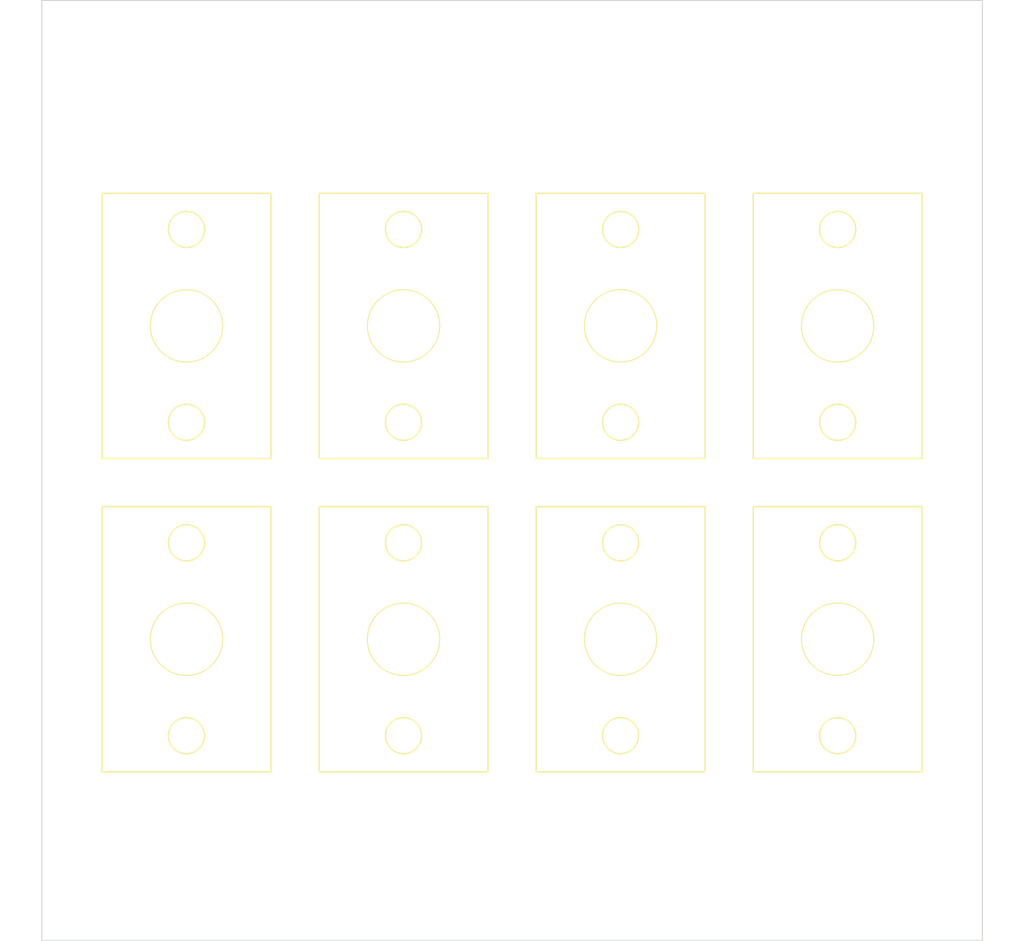
<source format=kicad_pcb>
(kicad_pcb (version 20171130) (host pcbnew "(5.1.10)-1")

  (general
    (thickness 1.6)
    (drawings 52)
    (tracks 0)
    (zones 0)
    (modules 28)
    (nets 1)
  )

  (page A4)
  (layers
    (0 F.Cu signal)
    (31 B.Cu signal)
    (32 B.Adhes user)
    (33 F.Adhes user)
    (34 B.Paste user)
    (35 F.Paste user)
    (36 B.SilkS user)
    (37 F.SilkS user)
    (38 B.Mask user)
    (39 F.Mask user)
    (40 Dwgs.User user)
    (41 Cmts.User user)
    (42 Eco1.User user)
    (43 Eco2.User user)
    (44 Edge.Cuts user)
    (45 Margin user)
    (46 B.CrtYd user)
    (47 F.CrtYd user)
    (48 B.Fab user)
    (49 F.Fab user)
  )

  (setup
    (last_trace_width 0.25)
    (trace_clearance 0.2)
    (zone_clearance 0.508)
    (zone_45_only no)
    (trace_min 0.2)
    (via_size 0.8)
    (via_drill 0.4)
    (via_min_size 0.4)
    (via_min_drill 0.3)
    (uvia_size 0.3)
    (uvia_drill 0.1)
    (uvias_allowed no)
    (uvia_min_size 0.2)
    (uvia_min_drill 0.1)
    (edge_width 0.1)
    (segment_width 0.2)
    (pcb_text_width 0.3)
    (pcb_text_size 1.5 1.5)
    (mod_edge_width 0.15)
    (mod_text_size 1 1)
    (mod_text_width 0.15)
    (pad_size 1.524 1.524)
    (pad_drill 0.762)
    (pad_to_mask_clearance 0)
    (aux_axis_origin 0 0)
    (visible_elements 7FFFFFFF)
    (pcbplotparams
      (layerselection 0x010fc_ffffffff)
      (usegerberextensions false)
      (usegerberattributes true)
      (usegerberadvancedattributes true)
      (creategerberjobfile true)
      (excludeedgelayer true)
      (linewidth 0.100000)
      (plotframeref false)
      (viasonmask false)
      (mode 1)
      (useauxorigin false)
      (hpglpennumber 1)
      (hpglpenspeed 20)
      (hpglpendiameter 15.000000)
      (psnegative false)
      (psa4output false)
      (plotreference true)
      (plotvalue true)
      (plotinvisibletext false)
      (padsonsilk false)
      (subtractmaskfromsilk false)
      (outputformat 1)
      (mirror false)
      (drillshape 0)
      (scaleselection 1)
      (outputdirectory "gerberpannel/"))
  )

  (net 0 "")

  (net_class Default "This is the default net class."
    (clearance 0.2)
    (trace_width 0.25)
    (via_dia 0.8)
    (via_drill 0.4)
    (uvia_dia 0.3)
    (uvia_drill 0.1)
  )

  (module Sebs:6.35mm (layer F.Cu) (tedit 6135EBD8) (tstamp 6135F5E8)
    (at 185.42 130.81)
    (fp_text reference REF** (at 0 -6.8) (layer F.SilkS) hide
      (effects (font (size 1 1) (thickness 0.15)))
    )
    (fp_text value 6.35mm (at 0 -5.4) (layer F.Fab)
      (effects (font (size 1 1) (thickness 0.15)))
    )
    (fp_circle (center 0 0) (end 3.81 0) (layer F.SilkS) (width 0.12))
    (pad "" np_thru_hole circle (at 0 0) (size 6.35 6.35) (drill 6.35) (layers *.Cu *.Mask))
  )

  (module Sebs:6.35mm (layer F.Cu) (tedit 6135EBD8) (tstamp 6135F5D5)
    (at 162.56 130.81)
    (fp_text reference REF** (at 0 -6.8) (layer F.SilkS) hide
      (effects (font (size 1 1) (thickness 0.15)))
    )
    (fp_text value 6.35mm (at 0 -5.4) (layer F.Fab)
      (effects (font (size 1 1) (thickness 0.15)))
    )
    (fp_circle (center 0 0) (end 3.81 0) (layer F.SilkS) (width 0.12))
    (pad "" np_thru_hole circle (at 0 0) (size 6.35 6.35) (drill 6.35) (layers *.Cu *.Mask))
  )

  (module Sebs:6.35mm (layer F.Cu) (tedit 6135EBD8) (tstamp 6135F5C2)
    (at 139.7 130.81)
    (fp_text reference REF** (at 0 -6.8) (layer F.SilkS) hide
      (effects (font (size 1 1) (thickness 0.15)))
    )
    (fp_text value 6.35mm (at 0 -5.4) (layer F.Fab)
      (effects (font (size 1 1) (thickness 0.15)))
    )
    (fp_circle (center 0 0) (end 3.81 0) (layer F.SilkS) (width 0.12))
    (pad "" np_thru_hole circle (at 0 0) (size 6.35 6.35) (drill 6.35) (layers *.Cu *.Mask))
  )

  (module Sebs:6.35mm (layer F.Cu) (tedit 6135EBD8) (tstamp 6135F59C)
    (at 185.42 97.79)
    (fp_text reference REF** (at 0 -6.8) (layer F.SilkS) hide
      (effects (font (size 1 1) (thickness 0.15)))
    )
    (fp_text value 6.35mm (at 0 -5.4) (layer F.Fab)
      (effects (font (size 1 1) (thickness 0.15)))
    )
    (fp_circle (center 0 0) (end 3.81 0) (layer F.SilkS) (width 0.12))
    (pad "" np_thru_hole circle (at 0 0) (size 6.35 6.35) (drill 6.35) (layers *.Cu *.Mask))
  )

  (module Sebs:6.35mm (layer F.Cu) (tedit 6135EBD8) (tstamp 6135F589)
    (at 162.56 97.79)
    (fp_text reference REF** (at 0 -6.8) (layer F.SilkS) hide
      (effects (font (size 1 1) (thickness 0.15)))
    )
    (fp_text value 6.35mm (at 0 -5.4) (layer F.Fab)
      (effects (font (size 1 1) (thickness 0.15)))
    )
    (fp_circle (center 0 0) (end 3.81 0) (layer F.SilkS) (width 0.12))
    (pad "" np_thru_hole circle (at 0 0) (size 6.35 6.35) (drill 6.35) (layers *.Cu *.Mask))
  )

  (module Sebs:6.35mm (layer F.Cu) (tedit 6135EBD8) (tstamp 6135F569)
    (at 139.7 97.79)
    (fp_text reference REF** (at 0 -6.8) (layer F.SilkS) hide
      (effects (font (size 1 1) (thickness 0.15)))
    )
    (fp_text value 6.35mm (at 0 -5.4) (layer F.Fab)
      (effects (font (size 1 1) (thickness 0.15)))
    )
    (fp_circle (center 0 0) (end 3.81 0) (layer F.SilkS) (width 0.12))
    (pad "" np_thru_hole circle (at 0 0) (size 6.35 6.35) (drill 6.35) (layers *.Cu *.Mask))
  )

  (module Sebs:6.35mm (layer F.Cu) (tedit 6135EBD8) (tstamp 6135F4FD)
    (at 116.84 97.79)
    (fp_text reference REF** (at 0 -6.8) (layer F.SilkS) hide
      (effects (font (size 1 1) (thickness 0.15)))
    )
    (fp_text value 6.35mm (at 0 -5.4) (layer F.Fab)
      (effects (font (size 1 1) (thickness 0.15)))
    )
    (fp_circle (center 0 0) (end 3.81 0) (layer F.SilkS) (width 0.12))
    (pad "" np_thru_hole circle (at 0 0) (size 6.35 6.35) (drill 6.35) (layers *.Cu *.Mask))
  )

  (module Sebs:6.35mm (layer F.Cu) (tedit 6135EBD8) (tstamp 6135F5AF)
    (at 116.84 130.81)
    (fp_text reference REF** (at 0 -6.8) (layer F.SilkS) hide
      (effects (font (size 1 1) (thickness 0.15)))
    )
    (fp_text value 6.35mm (at 0 -5.4) (layer F.Fab)
      (effects (font (size 1 1) (thickness 0.15)))
    )
    (fp_circle (center 0 0) (end 3.81 0) (layer F.SilkS) (width 0.12))
    (pad "" np_thru_hole circle (at 0 0) (size 6.35 6.35) (drill 6.35) (layers *.Cu *.Mask))
  )

  (module Mounting_Holes:MountingHole_3.2mm_M3 (layer F.Cu) (tedit 56D1B4CB) (tstamp 6135E854)
    (at 139.7 107.95)
    (descr "Mounting Hole 3.2mm, no annular, M3")
    (tags "mounting hole 3.2mm no annular m3")
    (attr virtual)
    (fp_text reference REF** (at 0 -4.2) (layer F.SilkS) hide
      (effects (font (size 1 1) (thickness 0.15)))
    )
    (fp_text value MountingHole_3.2mm_M3 (at 0 4.2) (layer F.Fab)
      (effects (font (size 1 1) (thickness 0.15)))
    )
    (fp_circle (center 0 0) (end 3.45 0) (layer F.CrtYd) (width 0.05))
    (fp_circle (center 0 0) (end 3.2 0) (layer Cmts.User) (width 0.15))
    (fp_text user %R (at 0.3 0) (layer F.Fab)
      (effects (font (size 1 1) (thickness 0.15)))
    )
    (pad 1 np_thru_hole circle (at 0 0) (size 3.2 3.2) (drill 3.2) (layers *.Cu *.Mask))
  )

  (module Mounting_Holes:MountingHole_3.2mm_M3 (layer F.Cu) (tedit 56D1B4CB) (tstamp 6135E84D)
    (at 162.56 87.63)
    (descr "Mounting Hole 3.2mm, no annular, M3")
    (tags "mounting hole 3.2mm no annular m3")
    (attr virtual)
    (fp_text reference REF** (at 0 -4.2) (layer F.SilkS) hide
      (effects (font (size 1 1) (thickness 0.15)))
    )
    (fp_text value MountingHole_3.2mm_M3 (at 0 4.2) (layer F.Fab)
      (effects (font (size 1 1) (thickness 0.15)))
    )
    (fp_text user %R (at 0.3 0) (layer F.Fab)
      (effects (font (size 1 1) (thickness 0.15)))
    )
    (fp_circle (center 0 0) (end 3.45 0) (layer F.CrtYd) (width 0.05))
    (fp_circle (center 0 0) (end 3.2 0) (layer Cmts.User) (width 0.15))
    (pad 1 np_thru_hole circle (at 0 0) (size 3.2 3.2) (drill 3.2) (layers *.Cu *.Mask))
  )

  (module Mounting_Holes:MountingHole_3.2mm_M3 (layer F.Cu) (tedit 56D1B4CB) (tstamp 6135E846)
    (at 139.7 87.63)
    (descr "Mounting Hole 3.2mm, no annular, M3")
    (tags "mounting hole 3.2mm no annular m3")
    (attr virtual)
    (fp_text reference REF** (at 0 -4.2) (layer F.SilkS) hide
      (effects (font (size 1 1) (thickness 0.15)))
    )
    (fp_text value MountingHole_3.2mm_M3 (at 0 4.2) (layer F.Fab)
      (effects (font (size 1 1) (thickness 0.15)))
    )
    (fp_circle (center 0 0) (end 3.2 0) (layer Cmts.User) (width 0.15))
    (fp_circle (center 0 0) (end 3.45 0) (layer F.CrtYd) (width 0.05))
    (fp_text user %R (at 0.3 0) (layer F.Fab)
      (effects (font (size 1 1) (thickness 0.15)))
    )
    (pad 1 np_thru_hole circle (at 0 0) (size 3.2 3.2) (drill 3.2) (layers *.Cu *.Mask))
  )

  (module Mounting_Holes:MountingHole_3.2mm_M3 (layer F.Cu) (tedit 56D1B4CB) (tstamp 6135E83F)
    (at 116.84 87.63)
    (descr "Mounting Hole 3.2mm, no annular, M3")
    (tags "mounting hole 3.2mm no annular m3")
    (attr virtual)
    (fp_text reference REF** (at 0 -4.2) (layer F.SilkS) hide
      (effects (font (size 1 1) (thickness 0.15)))
    )
    (fp_text value MountingHole_3.2mm_M3 (at 0 4.2) (layer F.Fab)
      (effects (font (size 1 1) (thickness 0.15)))
    )
    (fp_text user %R (at 0.3 0) (layer F.Fab)
      (effects (font (size 1 1) (thickness 0.15)))
    )
    (fp_circle (center 0 0) (end 3.45 0) (layer F.CrtYd) (width 0.05))
    (fp_circle (center 0 0) (end 3.2 0) (layer Cmts.User) (width 0.15))
    (pad 1 np_thru_hole circle (at 0 0) (size 3.2 3.2) (drill 3.2) (layers *.Cu *.Mask))
  )

  (module Mounting_Holes:MountingHole_3.2mm_M3 (layer F.Cu) (tedit 56D1B4CB) (tstamp 6135E838)
    (at 116.84 107.95)
    (descr "Mounting Hole 3.2mm, no annular, M3")
    (tags "mounting hole 3.2mm no annular m3")
    (attr virtual)
    (fp_text reference REF** (at 0 -4.2) (layer F.SilkS) hide
      (effects (font (size 1 1) (thickness 0.15)))
    )
    (fp_text value MountingHole_3.2mm_M3 (at 0 4.2) (layer F.Fab)
      (effects (font (size 1 1) (thickness 0.15)))
    )
    (fp_text user %R (at 0.3 0) (layer F.Fab)
      (effects (font (size 1 1) (thickness 0.15)))
    )
    (fp_circle (center 0 0) (end 3.2 0) (layer Cmts.User) (width 0.15))
    (fp_circle (center 0 0) (end 3.45 0) (layer F.CrtYd) (width 0.05))
    (pad 1 np_thru_hole circle (at 0 0) (size 3.2 3.2) (drill 3.2) (layers *.Cu *.Mask))
  )

  (module Mounting_Holes:MountingHole_3.2mm_M3 (layer F.Cu) (tedit 56D1B4CB) (tstamp 6135E831)
    (at 185.42 107.95)
    (descr "Mounting Hole 3.2mm, no annular, M3")
    (tags "mounting hole 3.2mm no annular m3")
    (attr virtual)
    (fp_text reference REF** (at 0 -4.2) (layer F.SilkS) hide
      (effects (font (size 1 1) (thickness 0.15)))
    )
    (fp_text value MountingHole_3.2mm_M3 (at 0 4.2) (layer F.Fab)
      (effects (font (size 1 1) (thickness 0.15)))
    )
    (fp_text user %R (at 0.3 0) (layer F.Fab)
      (effects (font (size 1 1) (thickness 0.15)))
    )
    (fp_circle (center 0 0) (end 3.2 0) (layer Cmts.User) (width 0.15))
    (fp_circle (center 0 0) (end 3.45 0) (layer F.CrtYd) (width 0.05))
    (pad 1 np_thru_hole circle (at 0 0) (size 3.2 3.2) (drill 3.2) (layers *.Cu *.Mask))
  )

  (module Mounting_Holes:MountingHole_3.2mm_M3 (layer F.Cu) (tedit 56D1B4CB) (tstamp 6135E82A)
    (at 185.42 87.63)
    (descr "Mounting Hole 3.2mm, no annular, M3")
    (tags "mounting hole 3.2mm no annular m3")
    (attr virtual)
    (fp_text reference REF** (at 0 -4.2) (layer F.SilkS) hide
      (effects (font (size 1 1) (thickness 0.15)))
    )
    (fp_text value MountingHole_3.2mm_M3 (at 0 4.2) (layer F.Fab)
      (effects (font (size 1 1) (thickness 0.15)))
    )
    (fp_text user %R (at 0.3 0) (layer F.Fab)
      (effects (font (size 1 1) (thickness 0.15)))
    )
    (fp_circle (center 0 0) (end 3.45 0) (layer F.CrtYd) (width 0.05))
    (fp_circle (center 0 0) (end 3.2 0) (layer Cmts.User) (width 0.15))
    (pad 1 np_thru_hole circle (at 0 0) (size 3.2 3.2) (drill 3.2) (layers *.Cu *.Mask))
  )

  (module Mounting_Holes:MountingHole_3.2mm_M3 (layer F.Cu) (tedit 56D1B4CB) (tstamp 6135E814)
    (at 162.56 107.95)
    (descr "Mounting Hole 3.2mm, no annular, M3")
    (tags "mounting hole 3.2mm no annular m3")
    (attr virtual)
    (fp_text reference REF** (at 0 -4.2) (layer F.SilkS) hide
      (effects (font (size 1 1) (thickness 0.15)))
    )
    (fp_text value MountingHole_3.2mm_M3 (at 0 4.2) (layer F.Fab)
      (effects (font (size 1 1) (thickness 0.15)))
    )
    (fp_text user %R (at 0.3 0) (layer F.Fab)
      (effects (font (size 1 1) (thickness 0.15)))
    )
    (fp_circle (center 0 0) (end 3.2 0) (layer Cmts.User) (width 0.15))
    (fp_circle (center 0 0) (end 3.45 0) (layer F.CrtYd) (width 0.05))
    (pad 1 np_thru_hole circle (at 0 0) (size 3.2 3.2) (drill 3.2) (layers *.Cu *.Mask))
  )

  (module Mounting_Holes:MountingHole_3.2mm_M3 (layer F.Cu) (tedit 56D1B4CB) (tstamp 6135E7CF)
    (at 185.42 140.97)
    (descr "Mounting Hole 3.2mm, no annular, M3")
    (tags "mounting hole 3.2mm no annular m3")
    (attr virtual)
    (fp_text reference REF** (at 0 -4.2) (layer F.SilkS) hide
      (effects (font (size 1 1) (thickness 0.15)))
    )
    (fp_text value MountingHole_3.2mm_M3 (at 0 4.2) (layer F.Fab)
      (effects (font (size 1 1) (thickness 0.15)))
    )
    (fp_circle (center 0 0) (end 3.45 0) (layer F.CrtYd) (width 0.05))
    (fp_circle (center 0 0) (end 3.2 0) (layer Cmts.User) (width 0.15))
    (fp_text user %R (at 0.3 0) (layer F.Fab)
      (effects (font (size 1 1) (thickness 0.15)))
    )
    (pad 1 np_thru_hole circle (at 0 0) (size 3.2 3.2) (drill 3.2) (layers *.Cu *.Mask))
  )

  (module Mounting_Holes:MountingHole_3.2mm_M3 (layer F.Cu) (tedit 56D1B4CB) (tstamp 6135E7C8)
    (at 185.42 120.65)
    (descr "Mounting Hole 3.2mm, no annular, M3")
    (tags "mounting hole 3.2mm no annular m3")
    (attr virtual)
    (fp_text reference REF** (at 0 -4.2) (layer F.SilkS) hide
      (effects (font (size 1 1) (thickness 0.15)))
    )
    (fp_text value MountingHole_3.2mm_M3 (at 0 4.2) (layer F.Fab)
      (effects (font (size 1 1) (thickness 0.15)))
    )
    (fp_circle (center 0 0) (end 3.2 0) (layer Cmts.User) (width 0.15))
    (fp_circle (center 0 0) (end 3.45 0) (layer F.CrtYd) (width 0.05))
    (fp_text user %R (at 0.3 0) (layer F.Fab)
      (effects (font (size 1 1) (thickness 0.15)))
    )
    (pad 1 np_thru_hole circle (at 0 0) (size 3.2 3.2) (drill 3.2) (layers *.Cu *.Mask))
  )

  (module Mounting_Holes:MountingHole_3.2mm_M3 (layer F.Cu) (tedit 56D1B4CB) (tstamp 6135E648)
    (at 162.56 140.97)
    (descr "Mounting Hole 3.2mm, no annular, M3")
    (tags "mounting hole 3.2mm no annular m3")
    (attr virtual)
    (fp_text reference REF** (at 0 -4.2) (layer F.SilkS) hide
      (effects (font (size 1 1) (thickness 0.15)))
    )
    (fp_text value MountingHole_3.2mm_M3 (at 0 4.2) (layer F.Fab)
      (effects (font (size 1 1) (thickness 0.15)))
    )
    (fp_circle (center 0 0) (end 3.45 0) (layer F.CrtYd) (width 0.05))
    (fp_circle (center 0 0) (end 3.2 0) (layer Cmts.User) (width 0.15))
    (fp_text user %R (at 0.3 0) (layer F.Fab)
      (effects (font (size 1 1) (thickness 0.15)))
    )
    (pad 1 np_thru_hole circle (at 0 0) (size 3.2 3.2) (drill 3.2) (layers *.Cu *.Mask))
  )

  (module Mounting_Holes:MountingHole_3.2mm_M3 (layer F.Cu) (tedit 56D1B4CB) (tstamp 6135E641)
    (at 162.56 120.65)
    (descr "Mounting Hole 3.2mm, no annular, M3")
    (tags "mounting hole 3.2mm no annular m3")
    (attr virtual)
    (fp_text reference REF** (at 0 -4.2) (layer F.SilkS) hide
      (effects (font (size 1 1) (thickness 0.15)))
    )
    (fp_text value MountingHole_3.2mm_M3 (at 0 4.2) (layer F.Fab)
      (effects (font (size 1 1) (thickness 0.15)))
    )
    (fp_circle (center 0 0) (end 3.2 0) (layer Cmts.User) (width 0.15))
    (fp_circle (center 0 0) (end 3.45 0) (layer F.CrtYd) (width 0.05))
    (fp_text user %R (at 0.3 0) (layer F.Fab)
      (effects (font (size 1 1) (thickness 0.15)))
    )
    (pad 1 np_thru_hole circle (at 0 0) (size 3.2 3.2) (drill 3.2) (layers *.Cu *.Mask))
  )

  (module Mounting_Holes:MountingHole_3.2mm_M3 (layer F.Cu) (tedit 56D1B4CB) (tstamp 6135E60F)
    (at 139.7 120.65)
    (descr "Mounting Hole 3.2mm, no annular, M3")
    (tags "mounting hole 3.2mm no annular m3")
    (attr virtual)
    (fp_text reference REF** (at 0 -4.2) (layer F.SilkS) hide
      (effects (font (size 1 1) (thickness 0.15)))
    )
    (fp_text value MountingHole_3.2mm_M3 (at 0 4.2) (layer F.Fab)
      (effects (font (size 1 1) (thickness 0.15)))
    )
    (fp_text user %R (at 0.3 0) (layer F.Fab)
      (effects (font (size 1 1) (thickness 0.15)))
    )
    (fp_circle (center 0 0) (end 3.45 0) (layer F.CrtYd) (width 0.05))
    (fp_circle (center 0 0) (end 3.2 0) (layer Cmts.User) (width 0.15))
    (pad 1 np_thru_hole circle (at 0 0) (size 3.2 3.2) (drill 3.2) (layers *.Cu *.Mask))
  )

  (module Mounting_Holes:MountingHole_3.2mm_M3 (layer F.Cu) (tedit 56D1B4CB) (tstamp 6135E608)
    (at 139.7 140.97)
    (descr "Mounting Hole 3.2mm, no annular, M3")
    (tags "mounting hole 3.2mm no annular m3")
    (attr virtual)
    (fp_text reference REF** (at 0 -4.2) (layer F.SilkS) hide
      (effects (font (size 1 1) (thickness 0.15)))
    )
    (fp_text value MountingHole_3.2mm_M3 (at 0 4.2) (layer F.Fab)
      (effects (font (size 1 1) (thickness 0.15)))
    )
    (fp_text user %R (at 0.3 0) (layer F.Fab)
      (effects (font (size 1 1) (thickness 0.15)))
    )
    (fp_circle (center 0 0) (end 3.2 0) (layer Cmts.User) (width 0.15))
    (fp_circle (center 0 0) (end 3.45 0) (layer F.CrtYd) (width 0.05))
    (pad 1 np_thru_hole circle (at 0 0) (size 3.2 3.2) (drill 3.2) (layers *.Cu *.Mask))
  )

  (module Mounting_Holes:MountingHole_3.2mm_M3 (layer F.Cu) (tedit 56D1B4CB) (tstamp 6135E59E)
    (at 195.58 68.58)
    (descr "Mounting Hole 3.2mm, no annular, M3")
    (tags "mounting hole 3.2mm no annular m3")
    (attr virtual)
    (fp_text reference REF** (at 0 -4.2) (layer F.SilkS) hide
      (effects (font (size 1 1) (thickness 0.15)))
    )
    (fp_text value MountingHole_3.2mm_M3 (at 0 4.2) (layer F.Fab)
      (effects (font (size 1 1) (thickness 0.15)))
    )
    (fp_circle (center 0 0) (end 3.45 0) (layer F.CrtYd) (width 0.05))
    (fp_circle (center 0 0) (end 3.2 0) (layer Cmts.User) (width 0.15))
    (fp_text user %R (at 0.3 0) (layer F.Fab)
      (effects (font (size 1 1) (thickness 0.15)))
    )
    (pad 1 np_thru_hole circle (at 0 0) (size 3.2 3.2) (drill 3.2) (layers *.Cu *.Mask))
  )

  (module Mounting_Holes:MountingHole_3.2mm_M3 (layer F.Cu) (tedit 56D1B4CB) (tstamp 6135E590)
    (at 195.58 157.48)
    (descr "Mounting Hole 3.2mm, no annular, M3")
    (tags "mounting hole 3.2mm no annular m3")
    (attr virtual)
    (fp_text reference REF** (at 0 -4.2) (layer F.SilkS) hide
      (effects (font (size 1 1) (thickness 0.15)))
    )
    (fp_text value MountingHole_3.2mm_M3 (at 0 4.2) (layer F.Fab)
      (effects (font (size 1 1) (thickness 0.15)))
    )
    (fp_text user %R (at 0.3 0) (layer F.Fab)
      (effects (font (size 1 1) (thickness 0.15)))
    )
    (fp_circle (center 0 0) (end 3.2 0) (layer Cmts.User) (width 0.15))
    (fp_circle (center 0 0) (end 3.45 0) (layer F.CrtYd) (width 0.05))
    (pad 1 np_thru_hole circle (at 0 0) (size 3.2 3.2) (drill 3.2) (layers *.Cu *.Mask))
  )

  (module Mounting_Holes:MountingHole_3.2mm_M3 (layer F.Cu) (tedit 56D1B4CB) (tstamp 6135E582)
    (at 106.68 157.48)
    (descr "Mounting Hole 3.2mm, no annular, M3")
    (tags "mounting hole 3.2mm no annular m3")
    (attr virtual)
    (fp_text reference REF** (at 0 -4.2) (layer F.SilkS) hide
      (effects (font (size 1 1) (thickness 0.15)))
    )
    (fp_text value MountingHole_3.2mm_M3 (at 0 4.2) (layer F.Fab)
      (effects (font (size 1 1) (thickness 0.15)))
    )
    (fp_circle (center 0 0) (end 3.45 0) (layer F.CrtYd) (width 0.05))
    (fp_circle (center 0 0) (end 3.2 0) (layer Cmts.User) (width 0.15))
    (fp_text user %R (at 0.3 0) (layer F.Fab)
      (effects (font (size 1 1) (thickness 0.15)))
    )
    (pad 1 np_thru_hole circle (at 0 0) (size 3.2 3.2) (drill 3.2) (layers *.Cu *.Mask))
  )

  (module Mounting_Holes:MountingHole_3.2mm_M3 (layer F.Cu) (tedit 56D1B4CB) (tstamp 6135E574)
    (at 106.68 68.58)
    (descr "Mounting Hole 3.2mm, no annular, M3")
    (tags "mounting hole 3.2mm no annular m3")
    (attr virtual)
    (fp_text reference REF** (at 0 -4.2) (layer F.SilkS) hide
      (effects (font (size 1 1) (thickness 0.15)))
    )
    (fp_text value MountingHole_3.2mm_M3 (at 0 4.2) (layer F.Fab)
      (effects (font (size 1 1) (thickness 0.15)))
    )
    (fp_text user %R (at 0.3 0) (layer F.Fab)
      (effects (font (size 1 1) (thickness 0.15)))
    )
    (fp_circle (center 0 0) (end 3.2 0) (layer Cmts.User) (width 0.15))
    (fp_circle (center 0 0) (end 3.45 0) (layer F.CrtYd) (width 0.05))
    (pad 1 np_thru_hole circle (at 0 0) (size 3.2 3.2) (drill 3.2) (layers *.Cu *.Mask))
  )

  (module Mounting_Holes:MountingHole_3.2mm_M3 (layer F.Cu) (tedit 56D1B4CB) (tstamp 6135E415)
    (at 116.84 140.97)
    (descr "Mounting Hole 3.2mm, no annular, M3")
    (tags "mounting hole 3.2mm no annular m3")
    (attr virtual)
    (fp_text reference REF** (at 0 -4.2) (layer F.SilkS) hide
      (effects (font (size 1 1) (thickness 0.15)))
    )
    (fp_text value MountingHole_3.2mm_M3 (at 0 4.2) (layer F.Fab)
      (effects (font (size 1 1) (thickness 0.15)))
    )
    (fp_circle (center 0 0) (end 3.45 0) (layer F.CrtYd) (width 0.05))
    (fp_circle (center 0 0) (end 3.2 0) (layer Cmts.User) (width 0.15))
    (fp_text user %R (at 0.3 0) (layer F.Fab)
      (effects (font (size 1 1) (thickness 0.15)))
    )
    (pad 1 np_thru_hole circle (at 0 0) (size 3.2 3.2) (drill 3.2) (layers *.Cu *.Mask))
  )

  (module Mounting_Holes:MountingHole_3.2mm_M3 (layer F.Cu) (tedit 56D1B4CB) (tstamp 6135E3E5)
    (at 116.84 120.65)
    (descr "Mounting Hole 3.2mm, no annular, M3")
    (tags "mounting hole 3.2mm no annular m3")
    (attr virtual)
    (fp_text reference REF** (at 0 -4.2) (layer F.SilkS) hide
      (effects (font (size 1 1) (thickness 0.15)))
    )
    (fp_text value MountingHole_3.2mm_M3 (at 0 4.2) (layer F.Fab)
      (effects (font (size 1 1) (thickness 0.15)))
    )
    (fp_circle (center 0 0) (end 3.2 0) (layer Cmts.User) (width 0.15))
    (fp_circle (center 0 0) (end 3.45 0) (layer F.CrtYd) (width 0.05))
    (fp_text user %R (at 0.3 0) (layer F.Fab)
      (effects (font (size 1 1) (thickness 0.15)))
    )
    (pad 1 np_thru_hole circle (at 0 0) (size 3.2 3.2) (drill 3.2) (layers *.Cu *.Mask))
  )

  (gr_circle (center 116.84 107.95) (end 118.745 107.95) (layer F.SilkS) (width 0.15) (tstamp 6135F2F8))
  (gr_circle (center 116.84 87.63) (end 118.745 87.63) (layer F.SilkS) (width 0.15) (tstamp 6135F2F6))
  (gr_circle (center 139.7 87.63) (end 141.605 87.63) (layer F.SilkS) (width 0.15) (tstamp 6135F2F4))
  (gr_circle (center 139.7 107.95) (end 141.605 107.95) (layer F.SilkS) (width 0.15) (tstamp 6135F2F2))
  (gr_circle (center 162.56 107.95) (end 164.465 107.95) (layer F.SilkS) (width 0.15) (tstamp 6135F2F0))
  (gr_circle (center 162.56 87.63) (end 164.465 87.63) (layer F.SilkS) (width 0.15) (tstamp 6135F2EE))
  (gr_circle (center 185.42 87.63) (end 187.325 87.63) (layer F.SilkS) (width 0.15) (tstamp 6135F2EC))
  (gr_circle (center 185.42 107.95) (end 187.325 107.95) (layer F.SilkS) (width 0.15) (tstamp 6135F2EA))
  (gr_circle (center 185.42 140.97) (end 187.325 140.97) (layer F.SilkS) (width 0.15) (tstamp 6135F2E8))
  (gr_circle (center 185.42 120.65) (end 187.325 120.65) (layer F.SilkS) (width 0.15) (tstamp 6135F2E6))
  (gr_circle (center 162.56 120.65) (end 164.465 120.65) (layer F.SilkS) (width 0.15) (tstamp 6135F2E4))
  (gr_circle (center 162.56 140.97) (end 164.465 140.97) (layer F.SilkS) (width 0.15) (tstamp 6135F2E2))
  (gr_circle (center 139.7 140.97) (end 141.605 140.97) (layer F.SilkS) (width 0.15) (tstamp 6135F2E0))
  (gr_circle (center 139.7 120.65) (end 141.605 120.65) (layer F.SilkS) (width 0.15) (tstamp 6135F2DE))
  (gr_circle (center 116.84 140.97) (end 118.745 140.97) (layer F.SilkS) (width 0.15) (tstamp 6135F23F))
  (gr_circle (center 116.84 120.65) (end 118.745 120.65) (layer F.SilkS) (width 0.15))
  (gr_line (start 148.59 83.82) (end 148.59 111.76) (layer F.SilkS) (width 0.15) (tstamp 6135E829))
  (gr_line (start 148.59 111.76) (end 130.81 111.76) (layer F.SilkS) (width 0.15) (tstamp 6135E828))
  (gr_line (start 130.81 83.82) (end 148.59 83.82) (layer F.SilkS) (width 0.15) (tstamp 6135E826))
  (gr_line (start 130.81 111.76) (end 130.81 83.82) (layer F.SilkS) (width 0.15) (tstamp 6135E825))
  (gr_line (start 125.73 111.76) (end 107.95 111.76) (layer F.SilkS) (width 0.15) (tstamp 6135E824))
  (gr_line (start 125.73 83.82) (end 125.73 111.76) (layer F.SilkS) (width 0.15) (tstamp 6135E823))
  (gr_line (start 107.95 83.82) (end 125.73 83.82) (layer F.SilkS) (width 0.15) (tstamp 6135E821))
  (gr_line (start 107.95 111.76) (end 107.95 83.82) (layer F.SilkS) (width 0.15) (tstamp 6135E820))
  (gr_line (start 176.53 111.76) (end 176.53 83.82) (layer F.SilkS) (width 0.15) (tstamp 6135E81F))
  (gr_line (start 194.31 111.76) (end 176.53 111.76) (layer F.SilkS) (width 0.15) (tstamp 6135E81E))
  (gr_line (start 176.53 83.82) (end 194.31 83.82) (layer F.SilkS) (width 0.15) (tstamp 6135E81D))
  (gr_line (start 194.31 83.82) (end 194.31 111.76) (layer F.SilkS) (width 0.15) (tstamp 6135E81C))
  (gr_line (start 171.45 111.76) (end 153.67 111.76) (layer F.SilkS) (width 0.15) (tstamp 6135E812))
  (gr_line (start 153.67 111.76) (end 153.67 83.82) (layer F.SilkS) (width 0.15) (tstamp 6135E811))
  (gr_line (start 153.67 83.82) (end 171.45 83.82) (layer F.SilkS) (width 0.15) (tstamp 6135E810))
  (gr_line (start 171.45 83.82) (end 171.45 111.76) (layer F.SilkS) (width 0.15) (tstamp 6135E80F))
  (gr_line (start 194.31 116.84) (end 194.31 144.78) (layer F.SilkS) (width 0.15) (tstamp 6135E7C7))
  (gr_line (start 194.31 144.78) (end 176.53 144.78) (layer F.SilkS) (width 0.15) (tstamp 6135E7C6))
  (gr_line (start 176.53 116.84) (end 194.31 116.84) (layer F.SilkS) (width 0.15) (tstamp 6135E7C4))
  (gr_line (start 176.53 144.78) (end 176.53 116.84) (layer F.SilkS) (width 0.15) (tstamp 6135E7C3))
  (gr_line (start 171.45 116.84) (end 171.45 144.78) (layer F.SilkS) (width 0.15) (tstamp 6135E640))
  (gr_line (start 171.45 144.78) (end 153.67 144.78) (layer F.SilkS) (width 0.15) (tstamp 6135E63F))
  (gr_line (start 153.67 116.84) (end 171.45 116.84) (layer F.SilkS) (width 0.15) (tstamp 6135E63D))
  (gr_line (start 153.67 144.78) (end 153.67 116.84) (layer F.SilkS) (width 0.15) (tstamp 6135E63C))
  (gr_line (start 148.59 144.78) (end 130.81 144.78) (layer F.SilkS) (width 0.15) (tstamp 6135E607))
  (gr_line (start 148.59 116.84) (end 148.59 144.78) (layer F.SilkS) (width 0.15) (tstamp 6135E606))
  (gr_line (start 130.81 116.84) (end 148.59 116.84) (layer F.SilkS) (width 0.15) (tstamp 6135E604))
  (gr_line (start 130.81 144.78) (end 130.81 116.84) (layer F.SilkS) (width 0.15) (tstamp 6135E603))
  (gr_line (start 125.73 144.78) (end 107.95 144.78) (layer F.SilkS) (width 0.15) (tstamp 6135E54E))
  (gr_line (start 125.73 116.84) (end 125.73 144.78) (layer F.SilkS) (width 0.15) (tstamp 6135E549))
  (gr_line (start 107.95 144.78) (end 107.95 116.84) (layer F.SilkS) (width 0.15) (tstamp 6135E548))
  (gr_line (start 107.95 116.84) (end 125.73 116.84) (layer F.SilkS) (width 0.15) (tstamp 6135E4B8))
  (gr_line (start 200.66 63.5) (end 200.66 162.56) (layer Edge.Cuts) (width 0.1) (tstamp 6135E406))
  (gr_line (start 101.6 63.5) (end 101.6 162.56) (layer Edge.Cuts) (width 0.1) (tstamp 6135E3FF))
  (gr_line (start 101.6 162.56) (end 200.66 162.56) (layer Edge.Cuts) (width 0.1) (tstamp 6135E3F6))
  (gr_line (start 101.6 63.5) (end 200.66 63.5) (layer Edge.Cuts) (width 0.1))

)

</source>
